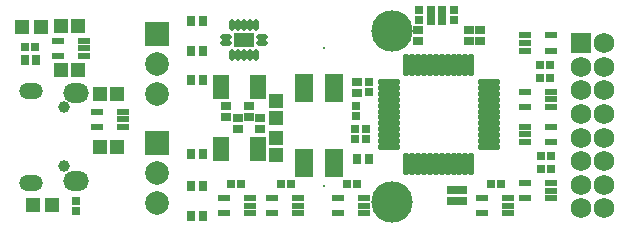
<source format=gbs>
%FSLAX44Y44*%
%MOMM*%
G71*
G01*
G75*
G04 Layer_Color=16711935*
%ADD10R,0.7620X0.7620*%
%ADD11R,0.5000X0.2000*%
%ADD12R,0.7620X0.7620*%
%ADD13R,0.3000X0.3000*%
%ADD14R,1.3000X0.4500*%
%ADD15R,2.7940X0.7366*%
%ADD16R,0.6200X0.5700*%
%ADD17C,0.1500*%
%ADD18C,0.2540*%
%ADD19C,0.1524*%
%ADD20O,2.0000X1.4500*%
%ADD21O,1.8000X1.1500*%
%ADD22C,0.8000*%
%ADD23C,1.5240*%
%ADD24R,1.5240X1.5240*%
%ADD25C,1.8000*%
%ADD26R,1.8000X1.8000*%
%ADD27C,0.6100*%
%ADD28C,0.6000*%
%ADD29C,3.3000*%
%ADD30R,0.6000X0.5500*%
%ADD31R,0.9500X0.9500*%
%ADD32R,0.5500X0.6000*%
%ADD33R,0.9500X0.9500*%
%ADD34R,0.8500X0.3500*%
%ADD35R,1.5000X1.0000*%
%ADD36O,0.8000X0.3000*%
%ADD37O,0.3000X0.8000*%
%ADD38R,1.2500X0.3000*%
%ADD39O,0.3500X1.7500*%
%ADD40O,1.7500X0.3500*%
%ADD41R,0.9700X0.9600*%
%ADD42R,0.5700X0.6200*%
%ADD43R,1.4000X2.2000*%
%ADD44C,0.4000*%
%ADD45C,0.2286*%
%ADD46C,0.1778*%
%ADD47R,0.9652X0.9652*%
%ADD48R,0.7032X0.4032*%
%ADD49R,0.9652X0.9652*%
%ADD50R,0.5032X0.5032*%
%ADD51R,1.5032X0.6532*%
%ADD52R,2.8956X0.8382*%
%ADD53R,0.8232X0.7732*%
%ADD54C,0.2032*%
%ADD55O,2.2032X1.6532*%
%ADD56O,2.0032X1.3532*%
%ADD57C,1.0032*%
%ADD58C,1.7272*%
%ADD59R,1.7272X1.7272*%
%ADD60C,2.0032*%
%ADD61R,2.0032X2.0032*%
%ADD62C,0.0100*%
%ADD63R,0.8032X0.7532*%
%ADD64R,1.1532X1.1532*%
%ADD65R,0.7532X0.8032*%
%ADD66R,1.1532X1.1532*%
%ADD67R,1.0532X0.5532*%
%ADD68R,1.7032X1.2032*%
%ADD69O,1.0032X0.5032*%
%ADD70O,0.5032X1.0032*%
%ADD71R,1.4532X0.5032*%
%ADD72O,0.5532X1.9532*%
%ADD73O,1.9532X0.5532*%
%ADD74R,1.1732X1.1632*%
%ADD75R,0.7732X0.8232*%
%ADD76R,1.6032X2.4032*%
%ADD77C,3.5032*%
D53*
X1675250Y1261050D02*
D03*
Y1251450D02*
D03*
X1684750Y1261050D02*
D03*
Y1251450D02*
D03*
X1632250D02*
D03*
Y1261050D02*
D03*
X1669480Y1116250D02*
D03*
Y1125850D02*
D03*
X1660730Y1116250D02*
D03*
Y1125850D02*
D03*
X1498250Y1177200D02*
D03*
Y1186800D02*
D03*
X1479417Y1177200D02*
D03*
Y1186800D02*
D03*
X1470000Y1196550D02*
D03*
Y1186950D02*
D03*
X1488833Y1196550D02*
D03*
Y1186950D02*
D03*
X1580250Y1207450D02*
D03*
Y1217050D02*
D03*
D54*
X1552500Y1246170D02*
D03*
Y1128825D02*
D03*
D55*
X1342900Y1207890D02*
D03*
Y1133390D02*
D03*
D56*
X1304900Y1209390D02*
D03*
Y1131890D02*
D03*
D57*
X1332400Y1195640D02*
D03*
Y1145640D02*
D03*
D58*
X1790000Y1110000D02*
D03*
X1770000D02*
D03*
X1790000Y1130000D02*
D03*
X1770000D02*
D03*
X1790000Y1150000D02*
D03*
X1770000D02*
D03*
X1790000Y1170000D02*
D03*
X1770000D02*
D03*
X1790000Y1190000D02*
D03*
X1770000D02*
D03*
X1790000Y1210000D02*
D03*
X1770000D02*
D03*
X1790000Y1230000D02*
D03*
X1770000D02*
D03*
X1790000Y1250000D02*
D03*
D59*
X1770000D02*
D03*
D60*
X1411054Y1207202D02*
D03*
Y1232602D02*
D03*
Y1114200D02*
D03*
Y1139600D02*
D03*
D61*
Y1258002D02*
D03*
Y1165000D02*
D03*
D62*
X1669500Y1277750D02*
D03*
X1725500Y1228750D02*
D03*
X1705750Y1222250D02*
D03*
X1730500Y1256750D02*
D03*
X1626500Y1277750D02*
D03*
X1656414Y1256250D02*
D03*
X1664038D02*
D03*
X1690250Y1228750D02*
D03*
X1652250Y1104000D02*
D03*
X1725500Y1158500D02*
D03*
X1725364Y1151130D02*
D03*
D63*
X1662250Y1269250D02*
D03*
Y1277750D02*
D03*
X1590500Y1216750D02*
D03*
Y1208250D02*
D03*
X1579250Y1177250D02*
D03*
Y1168750D02*
D03*
X1580000Y1188250D02*
D03*
Y1196750D02*
D03*
X1588500Y1177250D02*
D03*
Y1168750D02*
D03*
X1632750Y1269250D02*
D03*
Y1277750D02*
D03*
X1342500Y1107500D02*
D03*
Y1116000D02*
D03*
D64*
X1363080Y1162090D02*
D03*
X1377580D02*
D03*
X1363080Y1206500D02*
D03*
X1377580D02*
D03*
X1344500Y1227000D02*
D03*
X1330000D02*
D03*
Y1264500D02*
D03*
X1344500D02*
D03*
D65*
X1736330Y1154580D02*
D03*
X1744830D02*
D03*
X1702240Y1130300D02*
D03*
X1693740D02*
D03*
X1524440D02*
D03*
X1515940D02*
D03*
X1580320D02*
D03*
X1571820D02*
D03*
X1482530D02*
D03*
X1474030D02*
D03*
X1299750Y1246750D02*
D03*
X1308250D02*
D03*
X1736330Y1143430D02*
D03*
X1744830D02*
D03*
X1744330Y1220630D02*
D03*
X1735830D02*
D03*
Y1231780D02*
D03*
X1744330D02*
D03*
D66*
X1511750Y1201000D02*
D03*
Y1186500D02*
D03*
Y1155250D02*
D03*
Y1169750D02*
D03*
D67*
X1360500Y1192000D02*
D03*
Y1179000D02*
D03*
X1382500D02*
D03*
Y1185500D02*
D03*
Y1192000D02*
D03*
X1686150Y1118730D02*
D03*
Y1105730D02*
D03*
X1708150D02*
D03*
Y1112230D02*
D03*
Y1118730D02*
D03*
X1467710Y1118870D02*
D03*
Y1105870D02*
D03*
X1489710D02*
D03*
Y1112370D02*
D03*
Y1118870D02*
D03*
X1564230Y1118730D02*
D03*
Y1105730D02*
D03*
X1586230D02*
D03*
Y1112230D02*
D03*
Y1118730D02*
D03*
X1327250Y1252000D02*
D03*
Y1239000D02*
D03*
X1349250D02*
D03*
Y1245500D02*
D03*
Y1252000D02*
D03*
X1723080Y1208713D02*
D03*
Y1195713D02*
D03*
X1745080D02*
D03*
Y1202213D02*
D03*
Y1208713D02*
D03*
X1723080Y1131430D02*
D03*
Y1118430D02*
D03*
X1745080D02*
D03*
Y1124930D02*
D03*
Y1131430D02*
D03*
X1744580Y1243530D02*
D03*
Y1256530D02*
D03*
X1722580D02*
D03*
Y1250030D02*
D03*
Y1243530D02*
D03*
X1744580Y1166247D02*
D03*
Y1179247D02*
D03*
X1722580D02*
D03*
Y1172747D02*
D03*
Y1166247D02*
D03*
X1508350Y1118870D02*
D03*
Y1105870D02*
D03*
X1530350D02*
D03*
Y1112370D02*
D03*
Y1118870D02*
D03*
D68*
X1485000Y1252500D02*
D03*
D69*
X1500000Y1250000D02*
D03*
Y1255000D02*
D03*
X1470000D02*
D03*
Y1250000D02*
D03*
D70*
X1495000Y1265000D02*
D03*
X1490000D02*
D03*
X1485000D02*
D03*
X1480000D02*
D03*
X1475000D02*
D03*
Y1240000D02*
D03*
X1480000D02*
D03*
X1485000D02*
D03*
X1490000D02*
D03*
X1495000D02*
D03*
D71*
X1465210Y1152750D02*
D03*
Y1157750D02*
D03*
Y1162750D02*
D03*
Y1167750D02*
D03*
X1496790Y1152750D02*
D03*
Y1157750D02*
D03*
Y1162750D02*
D03*
Y1167750D02*
D03*
X1465210Y1205250D02*
D03*
Y1210250D02*
D03*
Y1215250D02*
D03*
Y1220250D02*
D03*
X1496790Y1205250D02*
D03*
Y1210250D02*
D03*
Y1215250D02*
D03*
Y1220250D02*
D03*
D72*
X1652250Y1231750D02*
D03*
X1657250D02*
D03*
X1622250D02*
D03*
X1627250D02*
D03*
X1632250D02*
D03*
X1637250D02*
D03*
X1642250D02*
D03*
X1647250D02*
D03*
X1662250D02*
D03*
X1667250D02*
D03*
X1672250D02*
D03*
X1677250D02*
D03*
Y1147250D02*
D03*
X1672250D02*
D03*
X1667250D02*
D03*
X1662250D02*
D03*
X1657250D02*
D03*
X1652250D02*
D03*
X1647250D02*
D03*
X1642250D02*
D03*
X1637250D02*
D03*
X1632250D02*
D03*
X1627250D02*
D03*
X1622250D02*
D03*
D73*
X1692000Y1217000D02*
D03*
Y1212000D02*
D03*
Y1207000D02*
D03*
Y1202000D02*
D03*
Y1197000D02*
D03*
Y1192000D02*
D03*
Y1187000D02*
D03*
Y1182000D02*
D03*
Y1177000D02*
D03*
Y1172000D02*
D03*
Y1167000D02*
D03*
Y1162000D02*
D03*
X1607500D02*
D03*
Y1167000D02*
D03*
Y1172000D02*
D03*
Y1177000D02*
D03*
Y1182000D02*
D03*
Y1187000D02*
D03*
Y1192000D02*
D03*
Y1197000D02*
D03*
Y1202000D02*
D03*
Y1207000D02*
D03*
Y1212000D02*
D03*
Y1217000D02*
D03*
D74*
X1313150Y1263500D02*
D03*
X1296850D02*
D03*
X1305850Y1112750D02*
D03*
X1322150D02*
D03*
D75*
X1440200Y1268250D02*
D03*
X1449800D02*
D03*
X1440200Y1128750D02*
D03*
X1449800D02*
D03*
X1580700Y1151750D02*
D03*
X1590300D02*
D03*
X1309090Y1235710D02*
D03*
X1299490D02*
D03*
X1440200Y1218500D02*
D03*
X1449800D02*
D03*
X1440200Y1243500D02*
D03*
X1449800D02*
D03*
X1440200Y1155750D02*
D03*
X1449800D02*
D03*
X1440200Y1103500D02*
D03*
X1449800D02*
D03*
X1642950Y1277500D02*
D03*
X1652550D02*
D03*
Y1269250D02*
D03*
X1642950D02*
D03*
D76*
X1561000Y1148750D02*
D03*
Y1211750D02*
D03*
X1536000Y1148750D02*
D03*
Y1211750D02*
D03*
D77*
X1610000Y1115500D02*
D03*
Y1260000D02*
D03*
M02*

</source>
